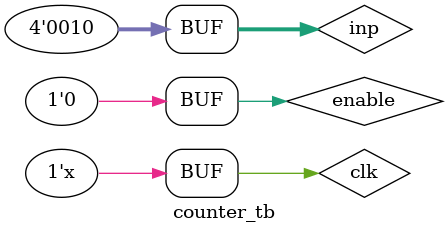
<source format=sv>
`timescale 1ns/1ns

module counter_tb;

logic clk, enable;
logic[3:0] inp, out;

counter4bit dut(
    .clk (clk),
    .enable (enable),
    .value_in (inp),
    .out (out)
);

initial begin
    enable = '0;
    clk = 0;
    #10;
    enable = '1; 
    inp = 4'b0010;
    #2; 
    enable = '0;
end

always #1 clk <= ~clk;

endmodule

</source>
